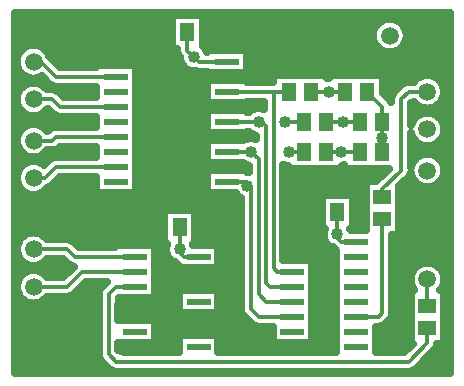
<source format=gtl>
G04 DipTrace 3.0.0.2*
G04 RGBI-AnalogRGB.GTL*
%MOMM*%
G04 #@! TF.FileFunction,Copper,L1,Top*
G04 #@! TF.Part,Single*
G04 #@! TA.AperFunction,Conductor*
%ADD13C,0.33*%
G04 #@! TA.AperFunction,CopperBalancing*
%ADD14C,0.635*%
%ADD15R,2.0X0.6*%
G04 #@! TA.AperFunction,ComponentPad*
%ADD16C,1.5*%
%ADD17R,1.3X1.5*%
%ADD18R,1.5X1.3*%
G04 #@! TA.AperFunction,ViaPad*
%ADD19C,1.016*%
%FSLAX35Y35*%
G04*
G71*
G90*
G75*
G01*
G04 Top*
%LPD*%
X1286510Y3763010D2*
D13*
X1350010D1*
X1477010Y3636010D1*
X1985010D1*
X1286510Y3445510D2*
X1445260D1*
X1508760Y3382010D1*
X1985010D1*
X1286510Y3096260D2*
X1445260D1*
X1477010Y3128010D1*
X1985010D1*
X1286510Y2778760D2*
X1381760D1*
X1477010Y2874010D1*
X1985010D1*
X2925010Y3763010D2*
X2683510D1*
X2645313Y3801207D1*
X2588260Y3858260D1*
Y4016510D1*
X2587760Y4017010D1*
X4017260Y2239010D2*
X3890010D1*
X3858260Y2270760D1*
Y2364303D1*
Y2492510D1*
X3857760Y2493010D1*
X2683760Y2112010D2*
X2556510D1*
X2524760Y2143760D1*
Y2175510D1*
Y2365510D1*
X2524260Y2366010D1*
X3858260Y2302510D2*
Y2364303D1*
X2143760Y2112010D2*
X1635760D1*
X1572260Y2175510D1*
X1286510D1*
X2143760Y1985010D2*
X1699260D1*
X1572260Y1858010D1*
X1286510D1*
X4620260Y1921510D2*
Y1698760D1*
Y1508760D2*
Y1381760D1*
X4461510Y1223010D1*
X1985010D1*
X1921510Y1286510D1*
Y1794510D1*
X1985010Y1858010D1*
X2143760D1*
X3477260Y1985010D2*
X3350260D1*
X3318510Y2016760D1*
Y3509010D1*
X2925010D1*
X3445510D2*
X3318510D1*
X3477260Y1858010D2*
X3286760D1*
X3255010Y1889760D1*
Y3223260D1*
X3223260Y3255010D1*
X3095013D1*
X2925010D1*
X3572510D2*
X3413760D1*
X3191510D2*
X3095013D1*
X3477260Y1731010D2*
X3255010D1*
X3191510Y1794510D1*
Y2937510D1*
X3128010Y3001010D1*
X2925010D1*
X4238760Y3255010D2*
Y3001010D1*
X4111760Y3509010D2*
X4112260D1*
X4239260Y3382010D1*
Y3255510D1*
X4238760Y3255010D1*
Y3001010D2*
Y3115560D1*
Y3001010D2*
D3*
X3477260Y1604010D2*
X3191510D1*
X3128010Y1667510D1*
Y2715260D1*
X3096260Y2747010D1*
X2925010D1*
X3572510Y3001010D2*
X3445510D1*
X3096260Y2715260D2*
Y2747010D1*
X3921760Y3509010D2*
X3785147D1*
X3635510D1*
X4239260Y2620010D2*
Y2683510D1*
X4398010Y2842260D1*
Y3445510D1*
X4461510Y3509010D1*
X4620260D1*
X4048760Y3255010D2*
X3906623D1*
X3762510D1*
X4048760D2*
D3*
X3762510D2*
D3*
X4048760Y3001010D2*
X3891663D1*
X3762510D1*
X4017260Y1604010D2*
X4207510D1*
X4239260Y1635760D1*
Y2430010D1*
D19*
X2645313Y3801207D3*
X2524760Y2175510D3*
X3858260Y2302510D3*
X3413760Y3255010D3*
X3191510D3*
X4238760Y3115560D3*
X3128010Y3001010D3*
X3445510D3*
X3096260Y2715260D3*
X3785147Y3509010D3*
X3906623Y3255010D3*
X3891663Y3001010D3*
X1134110Y4112593D2*
D14*
X2449143D1*
X2726383D2*
X4232847D1*
X4372673D2*
X4804410D1*
X1134110Y4049427D2*
X2449143D1*
X2726383D2*
X4169347D1*
X4436173D2*
X4804410D1*
X1134110Y3986260D2*
X2449143D1*
X2726383D2*
X4154093D1*
X4451427D2*
X4804410D1*
X1134110Y3923093D2*
X2449143D1*
X2726383D2*
X4168357D1*
X4437163D2*
X4804410D1*
X1134110Y3859927D2*
X1175917D1*
X1397103D2*
X2498133D1*
X3098703D2*
X4229003D1*
X4376517D2*
X4804410D1*
X1441130Y3796760D2*
X2520953D1*
X3098703D2*
X4804410D1*
X1504257Y3733593D2*
X2542160D1*
X3098703D2*
X4804410D1*
X1134110Y3670427D2*
X1172073D1*
X2158730D2*
X2751387D1*
X3098703D2*
X4804410D1*
X1134110Y3607260D2*
X1380930D1*
X2158730D2*
X3306890D1*
X4250383D2*
X4510910D1*
X4729610D2*
X4804410D1*
X1134110Y3544093D2*
X1177530D1*
X1395490D2*
X1811290D1*
X2158730D2*
X2751387D1*
X4250383D2*
X4371753D1*
X4764587D2*
X4804410D1*
X1534643Y3480927D2*
X1811290D1*
X2158730D2*
X2751387D1*
X4265143D2*
X4315697D1*
X4766073D2*
X4804410D1*
X2158730Y3417760D2*
X2751387D1*
X3098703D2*
X3228383D1*
X4735813D2*
X4804410D1*
X1134110Y3354593D2*
X1170710D1*
X2158730D2*
X3121597D1*
X4488137D2*
X4804410D1*
X1134110Y3291427D2*
X1811290D1*
X2158730D2*
X2751387D1*
X4728000D2*
X4804410D1*
X1134110Y3228260D2*
X1227017D1*
X1346003D2*
X1811290D1*
X2158730D2*
X2751387D1*
X4764090D2*
X4804410D1*
X2158730Y3165093D2*
X2751387D1*
X4766447D2*
X4804410D1*
X2158730Y3101927D2*
X3060330D1*
X4737177D2*
X4804410D1*
X1512567Y3038760D2*
X1811290D1*
X2158730D2*
X2751387D1*
X4488137D2*
X4804410D1*
X1134110Y2975593D2*
X1204693D1*
X1368327D2*
X1811290D1*
X2158730D2*
X2751387D1*
X4488137D2*
X4564113D1*
X4676407D2*
X4804410D1*
X1134110Y2912427D2*
X1231357D1*
X1341663D2*
X1390603D1*
X2158730D2*
X2751387D1*
X4750447D2*
X4804410D1*
X2158730Y2849260D2*
X3101383D1*
X3408637D2*
X4280223D1*
X4768803D2*
X4804410D1*
X1513933Y2786093D2*
X1811290D1*
X2158730D2*
X2751387D1*
X3408637D2*
X4216973D1*
X4757393D2*
X4804410D1*
X1450803Y2722927D2*
X1811290D1*
X2158730D2*
X2751387D1*
X3408637D2*
X4090593D1*
X4403553D2*
X4536333D1*
X4704187D2*
X4804410D1*
X1134110Y2659760D2*
X1202087D1*
X1370933D2*
X1811290D1*
X2158730D2*
X2751387D1*
X3408637D2*
X4090593D1*
X4387927D2*
X4804410D1*
X1134110Y2596593D2*
X3037883D1*
X3408637D2*
X3719143D1*
X3996383D2*
X4090593D1*
X4387927D2*
X4804410D1*
X1134110Y2533427D2*
X3037883D1*
X3408637D2*
X3719143D1*
X3996383D2*
X4090593D1*
X4387927D2*
X4804410D1*
X1134110Y2470260D2*
X2385643D1*
X2662883D2*
X3037883D1*
X3408637D2*
X3719143D1*
X3996383D2*
X4090593D1*
X4387927D2*
X4804410D1*
X1134110Y2407093D2*
X2385643D1*
X2662883D2*
X3037883D1*
X3408637D2*
X3719143D1*
X3996383D2*
X4090593D1*
X4387927D2*
X4804410D1*
X1134110Y2343927D2*
X2385643D1*
X2662883D2*
X3037883D1*
X3408637D2*
X3741343D1*
X3975177D2*
X4090593D1*
X4387927D2*
X4804410D1*
X1134110Y2280760D2*
X1184353D1*
X1388667D2*
X2385643D1*
X2662883D2*
X3037883D1*
X3408637D2*
X3735763D1*
X4329387D2*
X4804410D1*
X1654947Y2217593D2*
X2408090D1*
X2641430D2*
X3037883D1*
X3408637D2*
X3769870D1*
X4329387D2*
X4804410D1*
X2317480Y2154427D2*
X2402137D1*
X2857477D2*
X3037883D1*
X3408637D2*
X3843663D1*
X4329387D2*
X4804410D1*
X1407520Y2091260D2*
X1531740D1*
X2317480D2*
X2435623D1*
X2857477D2*
X3037883D1*
X3408637D2*
X3843663D1*
X4329387D2*
X4804410D1*
X1134110Y2028093D2*
X1617567D1*
X2317480D2*
X2510163D1*
X2857477D2*
X3037883D1*
X3650980D2*
X3843663D1*
X4329387D2*
X4519590D1*
X4720930D2*
X4804410D1*
X1134110Y1964927D2*
X1186213D1*
X1386807D2*
X1554313D1*
X2317480D2*
X3037883D1*
X3650980D2*
X3843663D1*
X4329387D2*
X4478413D1*
X4762107D2*
X4804410D1*
X2317480Y1901760D2*
X3037883D1*
X3650980D2*
X3843663D1*
X4329387D2*
X4472957D1*
X4767563D2*
X4804410D1*
X1677643Y1838593D2*
X1843910D1*
X2317480D2*
X3037883D1*
X3650980D2*
X3843663D1*
X4329387D2*
X4498257D1*
X4742263D2*
X4804410D1*
X1592687Y1775427D2*
X1831383D1*
X2317480D2*
X2510163D1*
X2857477D2*
X3037883D1*
X3650980D2*
X3843663D1*
X4329387D2*
X4471593D1*
X4768927D2*
X4804410D1*
X1134110Y1712260D2*
X1831383D1*
X2011637D2*
X2510163D1*
X2857477D2*
X3037883D1*
X3650980D2*
X3843663D1*
X4329387D2*
X4471593D1*
X4768927D2*
X4804410D1*
X1134110Y1649093D2*
X1831383D1*
X2011637D2*
X2510163D1*
X2857477D2*
X3039990D1*
X3650980D2*
X3843663D1*
X4329387D2*
X4471593D1*
X4768927D2*
X4804410D1*
X1134110Y1585927D2*
X1831383D1*
X2011637D2*
X3084763D1*
X3650980D2*
X3843663D1*
X4312893D2*
X4471593D1*
X4768927D2*
X4804410D1*
X1134110Y1522760D2*
X1831383D1*
X2317480D2*
X3164757D1*
X3650980D2*
X3843663D1*
X4234263D2*
X4471593D1*
X4768927D2*
X4804410D1*
X1134110Y1459593D2*
X1831383D1*
X2317480D2*
X3303540D1*
X3650980D2*
X3843663D1*
X4190977D2*
X4471593D1*
X4768927D2*
X4804410D1*
X1134110Y1396427D2*
X1831383D1*
X2317480D2*
X2510163D1*
X2857477D2*
X3303540D1*
X3650980D2*
X3843663D1*
X4190977D2*
X4471593D1*
X4768927D2*
X4804410D1*
X1134110Y1333260D2*
X1831383D1*
X2011637D2*
X2510163D1*
X2857477D2*
X3843663D1*
X4190977D2*
X4446913D1*
X4694883D2*
X4804410D1*
X1134110Y1270093D2*
X1832993D1*
X4633370D2*
X4804410D1*
X1134110Y1206927D2*
X1876280D1*
X4570240D2*
X4804410D1*
X1134110Y1143760D2*
X1951437D1*
X4495083D2*
X4804410D1*
X4184503Y1447320D2*
X4184570Y1306800D1*
X4426907Y1306820D1*
X4496347Y1376373D1*
X4477950Y1376450D1*
Y1831070D1*
X4510320D1*
X4498920Y1847153D1*
X4488783Y1867050D1*
X4481883Y1888290D1*
X4478390Y1910343D1*
Y1932677D1*
X4481883Y1954730D1*
X4488783Y1975970D1*
X4498920Y1995867D1*
X4512047Y2013933D1*
X4527837Y2029723D1*
X4545903Y2042850D1*
X4565800Y2052987D1*
X4587040Y2059887D1*
X4609093Y2063380D1*
X4631427D1*
X4653480Y2059887D1*
X4674720Y2052987D1*
X4694617Y2042850D1*
X4712683Y2029723D1*
X4728473Y2013933D1*
X4741600Y1995867D1*
X4751737Y1975970D1*
X4758637Y1954730D1*
X4762130Y1932677D1*
Y1910343D1*
X4758637Y1888290D1*
X4751737Y1867050D1*
X4741600Y1847153D1*
X4730013Y1831040D1*
X4762570Y1831070D1*
Y1376450D1*
X4703907D1*
X4701753Y1362193D1*
X4694937Y1343710D1*
X4683990Y1327330D1*
X4520773Y1163747D1*
X4505300Y1151550D1*
X4487410Y1143303D1*
X4468087Y1139457D1*
X4175760Y1139200D1*
X1978433Y1139457D1*
X1959110Y1143303D1*
X1941220Y1151550D1*
X1925747Y1163747D1*
X1925170Y1164370D1*
X1857780Y1232080D1*
X1846833Y1248460D1*
X1840017Y1266943D1*
X1837700Y1286510D1*
X1837733Y1287357D1*
X1837957Y1801087D1*
X1841803Y1820410D1*
X1850050Y1838300D1*
X1862247Y1853773D1*
X1862870Y1854350D1*
X1909690Y1901217D1*
X1733863Y1901200D1*
X1626690Y1794280D1*
X1610310Y1783333D1*
X1591827Y1776517D1*
X1572260Y1774200D1*
X1571413Y1774233D1*
X1401480Y1774200D1*
X1387140Y1757380D1*
X1370157Y1742880D1*
X1351117Y1731210D1*
X1330487Y1722667D1*
X1308773Y1717453D1*
X1286510Y1715700D1*
X1264247Y1717453D1*
X1242533Y1722667D1*
X1221903Y1731210D1*
X1202863Y1742880D1*
X1185880Y1757380D1*
X1171380Y1774363D1*
X1159710Y1793403D1*
X1151167Y1814033D1*
X1145953Y1835747D1*
X1144200Y1858010D1*
X1145953Y1880273D1*
X1151167Y1901987D1*
X1159710Y1922617D1*
X1171380Y1941657D1*
X1185880Y1958640D1*
X1202863Y1973140D1*
X1221903Y1984810D1*
X1242533Y1993353D1*
X1264247Y1998567D1*
X1286510Y2000320D1*
X1308773Y1998567D1*
X1330487Y1993353D1*
X1351117Y1984810D1*
X1370157Y1973140D1*
X1387140Y1958640D1*
X1401560Y1941760D1*
X1537657Y1941820D1*
X1624637Y2028913D1*
X1609860Y2032300D1*
X1591970Y2040550D1*
X1576497Y2052747D1*
X1537470Y2091773D1*
X1401480Y2091700D1*
X1387140Y2074880D1*
X1370157Y2060380D1*
X1351117Y2048710D1*
X1330487Y2040167D1*
X1308773Y2034953D1*
X1286510Y2033200D1*
X1264247Y2034953D1*
X1242533Y2040167D1*
X1221903Y2048710D1*
X1202863Y2060380D1*
X1185880Y2074880D1*
X1171380Y2091863D1*
X1159710Y2110903D1*
X1151167Y2131533D1*
X1145953Y2153247D1*
X1144200Y2175510D1*
X1145953Y2197773D1*
X1151167Y2219487D1*
X1159710Y2240117D1*
X1171380Y2259157D1*
X1185880Y2276140D1*
X1202863Y2290640D1*
X1221903Y2302310D1*
X1242533Y2310853D1*
X1264247Y2316067D1*
X1286510Y2317820D1*
X1308773Y2316067D1*
X1330487Y2310853D1*
X1351117Y2302310D1*
X1370157Y2290640D1*
X1387140Y2276140D1*
X1401560Y2259260D1*
X1578837Y2259063D1*
X1598160Y2255220D1*
X1616050Y2246970D1*
X1631523Y2234773D1*
X1632100Y2234150D1*
X1670550Y2195747D1*
X1976453Y2195820D1*
X1976450Y2209320D1*
X2311070D1*
Y1760700D1*
X2006097D1*
X2005320Y1667510D1*
Y1574370D1*
X2311070Y1574320D1*
Y1379700D1*
X2005353D1*
X2005320Y1321113D1*
X2048510Y1306820D1*
X2516450D1*
Y1447320D1*
X2851070D1*
Y1306800D1*
X3849950Y1306820D1*
Y1828320D1*
Y2165387D1*
X3835580Y2175280D1*
X3819587Y2190910D1*
X3804640Y2197273D1*
X3788837Y2206957D1*
X3774743Y2218993D1*
X3762707Y2233087D1*
X3753023Y2248890D1*
X3745930Y2266013D1*
X3741603Y2284033D1*
X3740150Y2302510D1*
X3741603Y2320987D1*
X3745930Y2339007D1*
X3750520Y2350703D1*
X3725450Y2350700D1*
Y2635320D1*
X3990070D1*
Y2350700D1*
X3966133D1*
X3971347Y2336323D1*
X4096880Y2336320D1*
X4096950Y2752320D1*
X4189597D1*
X4295847Y2858620D1*
X3916450Y2858700D1*
Y2885613D1*
X3894813Y2883023D1*
X3894820Y2858700D1*
X3440200D1*
Y2883133D1*
X3427033Y2884353D1*
X3409013Y2888680D1*
X3402317Y2891150D1*
X3402347Y2082320D1*
X3644570D1*
Y1506700D1*
Y1379700D1*
X3309950D1*
Y1520220D1*
X3184933Y1520457D1*
X3165610Y1524303D1*
X3147720Y1532550D1*
X3132247Y1544747D1*
X3131670Y1545370D1*
X3064280Y1613080D1*
X3053333Y1629460D1*
X3046517Y1647943D1*
X3044200Y1667510D1*
X3044233Y1668357D1*
X3044200Y2609220D1*
X3026837Y2619707D1*
X3012743Y2631743D1*
X3000707Y2645837D1*
X2997070Y2649700D1*
X2757700D1*
Y2844320D1*
X3092320D1*
Y2833280D1*
X3107720Y2832747D1*
X3107700Y2884553D1*
X3091513Y2888680D1*
X3074390Y2895773D1*
X3060570Y2903700D1*
X2757700D1*
Y3098320D1*
X3061187D1*
X3074390Y3106247D1*
X3091513Y3113340D1*
X3109533Y3117667D1*
X3128010Y3119120D1*
X3146487Y3117667D1*
X3164507Y3113340D1*
X3171203Y3110870D1*
X3171200Y3138553D1*
X3155013Y3142680D1*
X3137890Y3149773D1*
X3122087Y3159457D1*
X3108287Y3171223D1*
X3094167Y3171233D1*
X3092320Y3157700D1*
X2757700D1*
Y3352320D1*
X3092320D1*
Y3338800D1*
X3108283Y3338820D1*
X3122087Y3350563D1*
X3137890Y3360247D1*
X3155013Y3367340D1*
X3173033Y3371667D1*
X3191510Y3373120D1*
X3209987Y3371667D1*
X3228007Y3367340D1*
X3234703Y3364870D1*
X3234700Y3425293D1*
X3092417Y3425200D1*
X3092320Y3411700D1*
X2757700D1*
Y3606320D1*
X3092320D1*
Y3592800D1*
X3313187Y3592820D1*
X3313200Y3651320D1*
X3767820D1*
Y3625897D1*
X3789453Y3626950D1*
X3789450Y3651320D1*
X4244070D1*
Y3495670D1*
X4302990Y3436440D1*
X4313937Y3420060D1*
X4314227Y3419430D1*
X4314457Y3452087D1*
X4318303Y3471410D1*
X4326550Y3489300D1*
X4338747Y3504773D1*
X4339370Y3505350D1*
X4407080Y3572740D1*
X4423460Y3583687D1*
X4441943Y3590503D1*
X4461510Y3592820D1*
X4462357Y3592787D1*
X4505290Y3592820D1*
X4519630Y3609640D1*
X4536613Y3624140D1*
X4555653Y3635810D1*
X4576283Y3644353D1*
X4597997Y3649567D1*
X4620260Y3651320D1*
X4642523Y3649567D1*
X4664237Y3644353D1*
X4684867Y3635810D1*
X4703907Y3624140D1*
X4720890Y3609640D1*
X4735390Y3592657D1*
X4747060Y3573617D1*
X4755603Y3552987D1*
X4760817Y3531273D1*
X4762570Y3509010D1*
X4760817Y3486747D1*
X4755603Y3465033D1*
X4747060Y3444403D1*
X4735390Y3425363D1*
X4720890Y3408380D1*
X4703907Y3393880D1*
X4684867Y3382210D1*
X4664237Y3373667D1*
X4642523Y3368453D1*
X4620260Y3366700D1*
X4597997Y3368453D1*
X4576283Y3373667D1*
X4555653Y3382210D1*
X4536613Y3393880D1*
X4519630Y3408380D1*
X4505210Y3425260D1*
X4481820Y3410907D1*
X4481883Y3224730D1*
X4488783Y3245970D1*
X4498920Y3265867D1*
X4512047Y3283933D1*
X4527837Y3299723D1*
X4545903Y3312850D1*
X4565800Y3322987D1*
X4587040Y3329887D1*
X4609093Y3333380D1*
X4631427D1*
X4653480Y3329887D1*
X4674720Y3322987D1*
X4694617Y3312850D1*
X4712683Y3299723D1*
X4728473Y3283933D1*
X4741600Y3265867D1*
X4751737Y3245970D1*
X4758637Y3224730D1*
X4762130Y3202677D1*
Y3180343D1*
X4758637Y3158290D1*
X4751737Y3137050D1*
X4741600Y3117153D1*
X4728473Y3099087D1*
X4712683Y3083297D1*
X4694617Y3070170D1*
X4674720Y3060033D1*
X4653480Y3053133D1*
X4631427Y3049640D1*
X4609093D1*
X4587040Y3053133D1*
X4565800Y3060033D1*
X4545903Y3070170D1*
X4527837Y3083297D1*
X4512047Y3099087D1*
X4498920Y3117153D1*
X4488783Y3137050D1*
X4481790Y3158760D1*
X4481883Y2875480D1*
X4488783Y2896720D1*
X4498920Y2916617D1*
X4512047Y2934683D1*
X4527837Y2950473D1*
X4545903Y2963600D1*
X4565800Y2973737D1*
X4587040Y2980637D1*
X4609093Y2984130D1*
X4631427D1*
X4653480Y2980637D1*
X4674720Y2973737D1*
X4694617Y2963600D1*
X4712683Y2950473D1*
X4728473Y2934683D1*
X4741600Y2916617D1*
X4751737Y2896720D1*
X4758637Y2875480D1*
X4762130Y2853427D1*
Y2831093D1*
X4758637Y2809040D1*
X4751737Y2787800D1*
X4741600Y2767903D1*
X4728473Y2749837D1*
X4712683Y2734047D1*
X4694617Y2720920D1*
X4674720Y2710783D1*
X4653480Y2703883D1*
X4631427Y2700390D1*
X4609093D1*
X4587040Y2703883D1*
X4565800Y2710783D1*
X4545903Y2720920D1*
X4527837Y2734047D1*
X4512047Y2749837D1*
X4498920Y2767903D1*
X4488783Y2787800D1*
X4481883Y2809040D1*
X4479410Y2822470D1*
X4472687Y2804210D1*
X4461740Y2787830D1*
X4381590Y2707313D1*
X4381570Y2297700D1*
X4323157D1*
X4322813Y1629183D1*
X4318970Y1609860D1*
X4310720Y1591970D1*
X4298523Y1576497D1*
X4297900Y1575920D1*
X4261940Y1540280D1*
X4245560Y1529333D1*
X4227077Y1522517D1*
X4214087Y1520457D1*
X4184570Y1520120D1*
X4184447Y1506700D1*
X4206663Y1520233D1*
X4214087Y1520457D1*
X4184570Y1520120D1*
X4184447Y1379700D1*
X2548200Y1828320D2*
X2851070D1*
Y1633700D1*
X2516450D1*
Y1828320D1*
X2548200D1*
X2637870Y2209320D2*
X2851070D1*
Y2014700D1*
X2516450D1*
Y2038387D1*
X2502080Y2048280D1*
X2486087Y2063910D1*
X2471140Y2070273D1*
X2455337Y2079957D1*
X2441243Y2091993D1*
X2429207Y2106087D1*
X2419523Y2121890D1*
X2412430Y2139013D1*
X2408103Y2157033D1*
X2406650Y2175510D1*
X2408103Y2193987D1*
X2412430Y2212007D1*
X2417020Y2223703D1*
X2391950Y2223700D1*
Y2508320D1*
X2656570D1*
Y2223700D1*
X2632633D1*
X2637847Y2209323D1*
X1849450Y3733320D2*
X2152320D1*
Y3157700D1*
X2152197Y2776700D1*
X2152320Y2649700D1*
X1817700D1*
Y2790217D1*
X1511613Y2790200D1*
X1436190Y2715030D1*
X1419810Y2704083D1*
X1406693Y2698780D1*
X1401640Y2695113D1*
X1387140Y2678130D1*
X1370157Y2663630D1*
X1351117Y2651960D1*
X1330487Y2643417D1*
X1308773Y2638203D1*
X1286510Y2636450D1*
X1264247Y2638203D1*
X1242533Y2643417D1*
X1221903Y2651960D1*
X1202863Y2663630D1*
X1185880Y2678130D1*
X1171380Y2695113D1*
X1159710Y2714153D1*
X1151167Y2734783D1*
X1145953Y2756497D1*
X1144200Y2778760D1*
X1145953Y2801023D1*
X1151167Y2822737D1*
X1159710Y2843367D1*
X1171380Y2862407D1*
X1185880Y2879390D1*
X1202863Y2893890D1*
X1221903Y2905560D1*
X1242533Y2914103D1*
X1264247Y2919317D1*
X1286510Y2921070D1*
X1308773Y2919317D1*
X1330487Y2914103D1*
X1351117Y2905560D1*
X1370157Y2893890D1*
X1374787Y2890243D1*
X1422580Y2937740D1*
X1438960Y2948687D1*
X1457443Y2955503D1*
X1477010Y2957820D1*
X1477857Y2957787D1*
X1817703Y2957820D1*
X1817700Y3044220D1*
X1511613Y3044200D1*
X1494523Y3028457D1*
X1477333Y3018830D1*
X1458370Y3013480D1*
X1445260Y3012450D1*
X1401480D1*
X1387140Y2995630D1*
X1370157Y2981130D1*
X1351117Y2969460D1*
X1330487Y2960917D1*
X1308773Y2955703D1*
X1286510Y2953950D1*
X1264247Y2955703D1*
X1242533Y2960917D1*
X1221903Y2969460D1*
X1202863Y2981130D1*
X1185880Y2995630D1*
X1171380Y3012613D1*
X1159710Y3031653D1*
X1151167Y3052283D1*
X1145953Y3073997D1*
X1144200Y3096260D1*
X1145953Y3118523D1*
X1151167Y3140237D1*
X1159710Y3160867D1*
X1171380Y3179907D1*
X1185880Y3196890D1*
X1202863Y3211390D1*
X1221903Y3223060D1*
X1242533Y3231603D1*
X1264247Y3236817D1*
X1286510Y3238570D1*
X1308773Y3236817D1*
X1330487Y3231603D1*
X1351117Y3223060D1*
X1370157Y3211390D1*
X1387140Y3196890D1*
X1401560Y3180010D1*
X1417747Y3187273D1*
X1433220Y3199470D1*
X1451110Y3207720D1*
X1470433Y3211563D1*
X1817703Y3211820D1*
X1817700Y3298220D1*
X1502183Y3298457D1*
X1482860Y3302300D1*
X1464970Y3310550D1*
X1449497Y3322747D1*
X1448920Y3323370D1*
X1410470Y3361773D1*
X1394723Y3353087D1*
X1378933Y3337297D1*
X1360867Y3324170D1*
X1340970Y3314033D1*
X1319730Y3307133D1*
X1297677Y3303640D1*
X1275343D1*
X1253290Y3307133D1*
X1232050Y3314033D1*
X1212153Y3324170D1*
X1194087Y3337297D1*
X1178297Y3353087D1*
X1165170Y3371153D1*
X1155033Y3391050D1*
X1148133Y3412290D1*
X1144640Y3434343D1*
Y3456677D1*
X1148133Y3478730D1*
X1155033Y3499970D1*
X1165170Y3519867D1*
X1178297Y3537933D1*
X1194087Y3553723D1*
X1212153Y3566850D1*
X1232050Y3576987D1*
X1253290Y3583887D1*
X1275343Y3587380D1*
X1297677D1*
X1319730Y3583887D1*
X1340970Y3576987D1*
X1360867Y3566850D1*
X1378933Y3553723D1*
X1394723Y3537933D1*
X1401560Y3529260D1*
X1451837Y3529063D1*
X1471160Y3525217D1*
X1489050Y3516970D1*
X1504523Y3504773D1*
X1505100Y3504150D1*
X1543550Y3465747D1*
X1817703Y3465820D1*
X1817700Y3552220D1*
X1470433Y3552457D1*
X1451110Y3556303D1*
X1433220Y3564550D1*
X1417747Y3576747D1*
X1417170Y3577370D1*
X1355743Y3638750D1*
X1340970Y3631533D1*
X1319730Y3624633D1*
X1297677Y3621140D1*
X1275343D1*
X1253290Y3624633D1*
X1232050Y3631533D1*
X1212153Y3641670D1*
X1194087Y3654797D1*
X1178297Y3670587D1*
X1165170Y3688653D1*
X1155033Y3708550D1*
X1148133Y3729790D1*
X1144640Y3751843D1*
Y3774177D1*
X1148133Y3796230D1*
X1155033Y3817470D1*
X1165170Y3837367D1*
X1178297Y3855433D1*
X1194087Y3871223D1*
X1212153Y3884350D1*
X1232050Y3894487D1*
X1253290Y3901387D1*
X1275343Y3904880D1*
X1297677D1*
X1319730Y3901387D1*
X1340970Y3894487D1*
X1360867Y3884350D1*
X1378933Y3871223D1*
X1394723Y3855433D1*
X1407850Y3837367D1*
X1417987Y3817470D1*
X1420300Y3811203D1*
X1511790Y3719753D1*
X1817703Y3719820D1*
X1817700Y3733320D1*
X1849450D1*
X2789450Y3860320D2*
X3092320D1*
Y3665700D1*
X2757700D1*
Y3679217D1*
X2676933Y3679457D1*
X2657610Y3683303D1*
X2656670Y3683650D1*
X2657610Y3683303D1*
X2645313Y3683097D1*
X2626837Y3684550D1*
X2608817Y3688877D1*
X2591693Y3695970D1*
X2575890Y3705653D1*
X2561797Y3717690D1*
X2549760Y3731783D1*
X2540077Y3747587D1*
X2532983Y3764710D1*
X2528657Y3782730D1*
X2527217Y3800880D1*
X2516800Y3814470D1*
X2508553Y3832360D1*
X2504707Y3851683D1*
X2504450Y3874757D1*
X2455450Y3874700D1*
Y4159320D1*
X2720070D1*
Y3892760D1*
X2735123Y3877913D1*
X2746020Y3862920D1*
X2754267Y3846767D1*
X2757700Y3856200D1*
Y3860320D1*
X2789450D1*
X4444630Y3974093D2*
X4441137Y3952040D1*
X4434237Y3930800D1*
X4424100Y3910903D1*
X4410973Y3892837D1*
X4395183Y3877047D1*
X4377117Y3863920D1*
X4357220Y3853783D1*
X4335980Y3846883D1*
X4313927Y3843390D1*
X4291593D1*
X4269540Y3846883D1*
X4248300Y3853783D1*
X4228403Y3863920D1*
X4210337Y3877047D1*
X4194547Y3892837D1*
X4181420Y3910903D1*
X4171283Y3930800D1*
X4164383Y3952040D1*
X4160890Y3974093D1*
Y3996427D1*
X4164383Y4018480D1*
X4171283Y4039720D1*
X4181420Y4059617D1*
X4194547Y4077683D1*
X4210337Y4093473D1*
X4228403Y4106600D1*
X4248300Y4116737D1*
X4269540Y4123637D1*
X4291593Y4127130D1*
X4313927D1*
X4335980Y4123637D1*
X4357220Y4116737D1*
X4377117Y4106600D1*
X4395183Y4093473D1*
X4410973Y4077683D1*
X4424100Y4059617D1*
X4434237Y4039720D1*
X4441137Y4018480D1*
X4444630Y3996427D1*
Y3974093D1*
X4810883Y4175760D2*
X1127760D1*
Y1127760D1*
X4810760D1*
Y4175883D1*
D15*
X3477260Y2239010D3*
Y2112010D3*
Y1985010D3*
Y1858010D3*
Y1731010D3*
Y1604010D3*
Y1477010D3*
Y1350010D3*
X4017260D3*
Y1477010D3*
Y1604010D3*
Y1731010D3*
Y1858010D3*
Y1985010D3*
Y2112010D3*
Y2239010D3*
X2143760Y2112010D3*
Y1985010D3*
Y1858010D3*
Y1731010D3*
Y1604010D3*
Y1477010D3*
Y1350010D3*
X2683760D3*
Y1477010D3*
Y1604010D3*
Y1731010D3*
Y1858010D3*
Y1985010D3*
Y2112010D3*
X1985010Y3763010D3*
Y3636010D3*
Y3509010D3*
Y3382010D3*
Y3255010D3*
Y3128010D3*
Y3001010D3*
Y2874010D3*
Y2747010D3*
Y2620010D3*
X2925010D3*
Y2747010D3*
Y2874010D3*
Y3001010D3*
Y3128010D3*
Y3255010D3*
Y3382010D3*
Y3509010D3*
Y3636010D3*
Y3763010D3*
D16*
X1286510D3*
Y3445510D3*
Y3096260D3*
Y2778760D3*
Y2461260D3*
Y2175510D3*
Y1858010D3*
D17*
X2397760Y4017010D3*
X2587760D3*
X3667760Y2493010D3*
X3857760D3*
X2334260Y2366010D3*
X2524260D3*
D16*
X4620260Y3509010D3*
Y3191510D3*
Y2842260D3*
Y2524760D3*
Y1921510D3*
D18*
X4239260Y2620010D3*
Y2430010D3*
D17*
X4048760Y3001010D3*
X4238760D3*
X3572510Y3255010D3*
X3762510D3*
X3921760Y3509010D3*
X4111760D3*
X3445510D3*
X3635510D3*
X3572510Y3001010D3*
X3762510D3*
X4048760Y3255010D3*
X4238760D3*
D18*
X4620260Y1698760D3*
Y1508760D3*
D16*
X3318510Y3985260D3*
X4302760D3*
M02*

</source>
